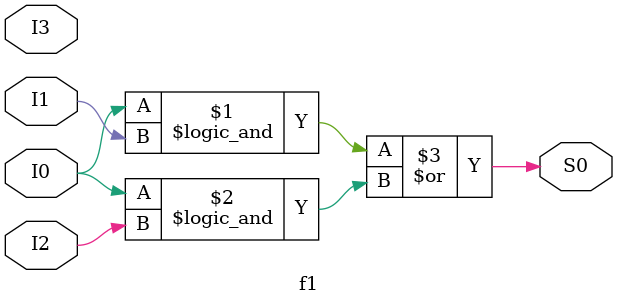
<source format=sv>
module f1(input I0, I1, I2, I3, 
			 output S0);

	assign S0 = (I0&&I1)|(I0&&I2);
	
endmodule

</source>
